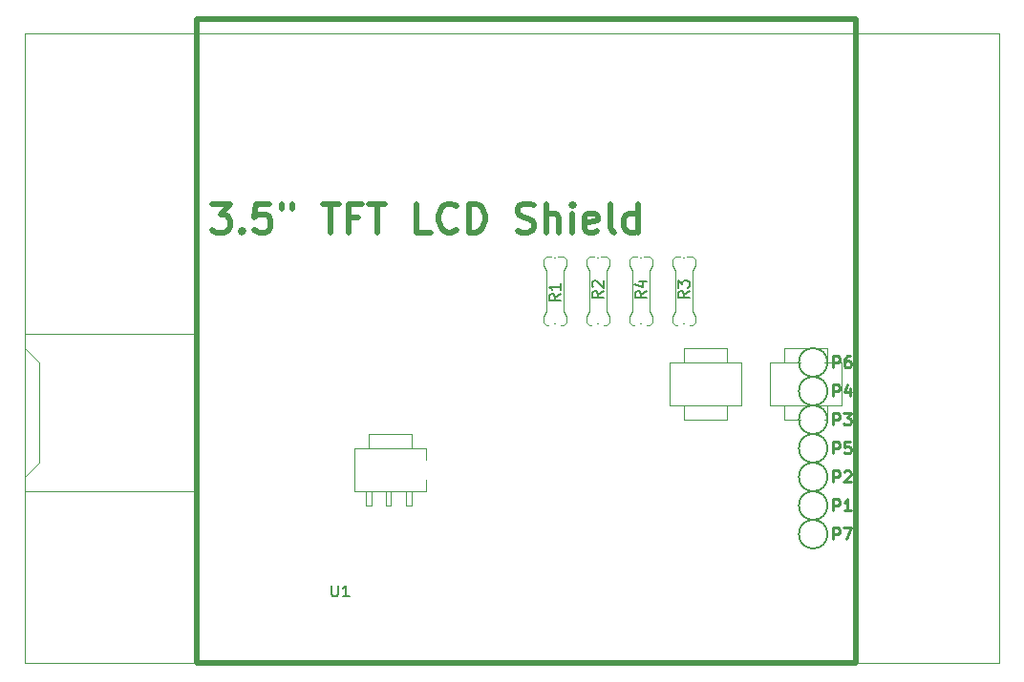
<source format=gto>
%TF.GenerationSoftware,KiCad,Pcbnew,6.0.0-rc1-unknown-5cb2641142~116~ubuntu20.04.1*%
%TF.CreationDate,2021-12-06T17:50:32+01:00*%
%TF.ProjectId,CARTE_ESP32_TFT,43415254-455f-4455-9350-33325f544654,rev?*%
%TF.SameCoordinates,PX678e028PY7445a00*%
%TF.FileFunction,Legend,Top*%
%TF.FilePolarity,Positive*%
%FSLAX46Y46*%
G04 Gerber Fmt 4.6, Leading zero omitted, Abs format (unit mm)*
G04 Created by KiCad (PCBNEW 6.0.0-rc1-unknown-5cb2641142~116~ubuntu20.04.1) date 2021-12-06 17:50:32*
%MOMM*%
%LPD*%
G01*
G04 APERTURE LIST*
%TA.AperFunction,Profile*%
%ADD10C,0.500000*%
%TD*%
%ADD11C,0.150000*%
%ADD12C,0.254000*%
%ADD13C,0.508000*%
%ADD14C,0.120000*%
%ADD15C,0.300000*%
%ADD16C,1.998980*%
%ADD17C,1.800000*%
G04 APERTURE END LIST*
D10*
X0Y0D02*
X58420000Y0D01*
X58420000Y0D02*
X58420000Y57150000D01*
X58420000Y57150000D02*
X0Y57150000D01*
X0Y57150000D02*
X0Y0D01*
D11*
X39822380Y32980334D02*
X39346190Y32647000D01*
X39822380Y32408905D02*
X38822380Y32408905D01*
X38822380Y32789858D01*
X38870000Y32885096D01*
X38917619Y32932715D01*
X39012857Y32980334D01*
X39155714Y32980334D01*
X39250952Y32932715D01*
X39298571Y32885096D01*
X39346190Y32789858D01*
X39346190Y32408905D01*
X39155714Y33837477D02*
X39822380Y33837477D01*
X38774761Y33599381D02*
X39489047Y33361286D01*
X39489047Y33980334D01*
D12*
X56400095Y21130381D02*
X56400095Y22146381D01*
X56787142Y22146381D01*
X56883904Y22098000D01*
X56932285Y22049620D01*
X56980666Y21952858D01*
X56980666Y21807715D01*
X56932285Y21710953D01*
X56883904Y21662572D01*
X56787142Y21614191D01*
X56400095Y21614191D01*
X57319333Y22146381D02*
X57948285Y22146381D01*
X57609619Y21759334D01*
X57754761Y21759334D01*
X57851523Y21710953D01*
X57899904Y21662572D01*
X57948285Y21565810D01*
X57948285Y21323905D01*
X57899904Y21227143D01*
X57851523Y21178762D01*
X57754761Y21130381D01*
X57464476Y21130381D01*
X57367714Y21178762D01*
X57319333Y21227143D01*
D11*
X11938095Y6897620D02*
X11938095Y6088096D01*
X11985714Y5992858D01*
X12033333Y5945239D01*
X12128571Y5897620D01*
X12319047Y5897620D01*
X12414285Y5945239D01*
X12461904Y5992858D01*
X12509523Y6088096D01*
X12509523Y6897620D01*
X13509523Y5897620D02*
X12938095Y5897620D01*
X13223809Y5897620D02*
X13223809Y6897620D01*
X13128571Y6754762D01*
X13033333Y6659524D01*
X12938095Y6611905D01*
D13*
X1330476Y40760953D02*
X2902857Y40760953D01*
X2056190Y39793334D01*
X2419047Y39793334D01*
X2660952Y39672381D01*
X2781904Y39551429D01*
X2902857Y39309524D01*
X2902857Y38704762D01*
X2781904Y38462858D01*
X2660952Y38341905D01*
X2419047Y38220953D01*
X1693333Y38220953D01*
X1451428Y38341905D01*
X1330476Y38462858D01*
X3991428Y38462858D02*
X4112380Y38341905D01*
X3991428Y38220953D01*
X3870476Y38341905D01*
X3991428Y38462858D01*
X3991428Y38220953D01*
X6410476Y40760953D02*
X5200952Y40760953D01*
X5080000Y39551429D01*
X5200952Y39672381D01*
X5442857Y39793334D01*
X6047619Y39793334D01*
X6289523Y39672381D01*
X6410476Y39551429D01*
X6531428Y39309524D01*
X6531428Y38704762D01*
X6410476Y38462858D01*
X6289523Y38341905D01*
X6047619Y38220953D01*
X5442857Y38220953D01*
X5200952Y38341905D01*
X5080000Y38462858D01*
X7499047Y40760953D02*
X7499047Y40277143D01*
X8466666Y40760953D02*
X8466666Y40277143D01*
X11127619Y40760953D02*
X12579047Y40760953D01*
X11853333Y38220953D02*
X11853333Y40760953D01*
X14272380Y39551429D02*
X13425714Y39551429D01*
X13425714Y38220953D02*
X13425714Y40760953D01*
X14635238Y40760953D01*
X15240000Y40760953D02*
X16691428Y40760953D01*
X15965714Y38220953D02*
X15965714Y40760953D01*
X20682857Y38220953D02*
X19473333Y38220953D01*
X19473333Y40760953D01*
X22980952Y38462858D02*
X22860000Y38341905D01*
X22497142Y38220953D01*
X22255238Y38220953D01*
X21892380Y38341905D01*
X21650476Y38583810D01*
X21529523Y38825715D01*
X21408571Y39309524D01*
X21408571Y39672381D01*
X21529523Y40156191D01*
X21650476Y40398096D01*
X21892380Y40640000D01*
X22255238Y40760953D01*
X22497142Y40760953D01*
X22860000Y40640000D01*
X22980952Y40519048D01*
X24069523Y38220953D02*
X24069523Y40760953D01*
X24674285Y40760953D01*
X25037142Y40640000D01*
X25279047Y40398096D01*
X25400000Y40156191D01*
X25520952Y39672381D01*
X25520952Y39309524D01*
X25400000Y38825715D01*
X25279047Y38583810D01*
X25037142Y38341905D01*
X24674285Y38220953D01*
X24069523Y38220953D01*
X28423809Y38341905D02*
X28786666Y38220953D01*
X29391428Y38220953D01*
X29633333Y38341905D01*
X29754285Y38462858D01*
X29875238Y38704762D01*
X29875238Y38946667D01*
X29754285Y39188572D01*
X29633333Y39309524D01*
X29391428Y39430477D01*
X28907619Y39551429D01*
X28665714Y39672381D01*
X28544761Y39793334D01*
X28423809Y40035239D01*
X28423809Y40277143D01*
X28544761Y40519048D01*
X28665714Y40640000D01*
X28907619Y40760953D01*
X29512380Y40760953D01*
X29875238Y40640000D01*
X30963809Y38220953D02*
X30963809Y40760953D01*
X32052380Y38220953D02*
X32052380Y39551429D01*
X31931428Y39793334D01*
X31689523Y39914286D01*
X31326666Y39914286D01*
X31084761Y39793334D01*
X30963809Y39672381D01*
X33261904Y38220953D02*
X33261904Y39914286D01*
X33261904Y40760953D02*
X33140952Y40640000D01*
X33261904Y40519048D01*
X33382857Y40640000D01*
X33261904Y40760953D01*
X33261904Y40519048D01*
X35439047Y38341905D02*
X35197142Y38220953D01*
X34713333Y38220953D01*
X34471428Y38341905D01*
X34350476Y38583810D01*
X34350476Y39551429D01*
X34471428Y39793334D01*
X34713333Y39914286D01*
X35197142Y39914286D01*
X35439047Y39793334D01*
X35560000Y39551429D01*
X35560000Y39309524D01*
X34350476Y39067620D01*
X37011428Y38220953D02*
X36769523Y38341905D01*
X36648571Y38583810D01*
X36648571Y40760953D01*
X39067619Y38220953D02*
X39067619Y40760953D01*
X39067619Y38341905D02*
X38825714Y38220953D01*
X38341904Y38220953D01*
X38100000Y38341905D01*
X37979047Y38462858D01*
X37858095Y38704762D01*
X37858095Y39430477D01*
X37979047Y39672381D01*
X38100000Y39793334D01*
X38341904Y39914286D01*
X38825714Y39914286D01*
X39067619Y39793334D01*
D12*
X56400095Y23670381D02*
X56400095Y24686381D01*
X56787142Y24686381D01*
X56883904Y24638000D01*
X56932285Y24589620D01*
X56980666Y24492858D01*
X56980666Y24347715D01*
X56932285Y24250953D01*
X56883904Y24202572D01*
X56787142Y24154191D01*
X56400095Y24154191D01*
X57851523Y24347715D02*
X57851523Y23670381D01*
X57609619Y24734762D02*
X57367714Y24009048D01*
X57996666Y24009048D01*
X56400095Y10970381D02*
X56400095Y11986381D01*
X56787142Y11986381D01*
X56883904Y11938000D01*
X56932285Y11889620D01*
X56980666Y11792858D01*
X56980666Y11647715D01*
X56932285Y11550953D01*
X56883904Y11502572D01*
X56787142Y11454191D01*
X56400095Y11454191D01*
X57319333Y11986381D02*
X57996666Y11986381D01*
X57561238Y10970381D01*
X56400095Y16050381D02*
X56400095Y17066381D01*
X56787142Y17066381D01*
X56883904Y17018000D01*
X56932285Y16969620D01*
X56980666Y16872858D01*
X56980666Y16727715D01*
X56932285Y16630953D01*
X56883904Y16582572D01*
X56787142Y16534191D01*
X56400095Y16534191D01*
X57367714Y16969620D02*
X57416095Y17018000D01*
X57512857Y17066381D01*
X57754761Y17066381D01*
X57851523Y17018000D01*
X57899904Y16969620D01*
X57948285Y16872858D01*
X57948285Y16776096D01*
X57899904Y16630953D01*
X57319333Y16050381D01*
X57948285Y16050381D01*
D11*
X43632380Y32980334D02*
X43156190Y32647000D01*
X43632380Y32408905D02*
X42632380Y32408905D01*
X42632380Y32789858D01*
X42680000Y32885096D01*
X42727619Y32932715D01*
X42822857Y32980334D01*
X42965714Y32980334D01*
X43060952Y32932715D01*
X43108571Y32885096D01*
X43156190Y32789858D01*
X43156190Y32408905D01*
X42632380Y33313667D02*
X42632380Y33932715D01*
X43013333Y33599381D01*
X43013333Y33742239D01*
X43060952Y33837477D01*
X43108571Y33885096D01*
X43203809Y33932715D01*
X43441904Y33932715D01*
X43537142Y33885096D01*
X43584761Y33837477D01*
X43632380Y33742239D01*
X43632380Y33456524D01*
X43584761Y33361286D01*
X43537142Y33313667D01*
D12*
X56400095Y13510381D02*
X56400095Y14526381D01*
X56787142Y14526381D01*
X56883904Y14478000D01*
X56932285Y14429620D01*
X56980666Y14332858D01*
X56980666Y14187715D01*
X56932285Y14090953D01*
X56883904Y14042572D01*
X56787142Y13994191D01*
X56400095Y13994191D01*
X57948285Y13510381D02*
X57367714Y13510381D01*
X57658000Y13510381D02*
X57658000Y14526381D01*
X57561238Y14381239D01*
X57464476Y14284477D01*
X57367714Y14236096D01*
X56400095Y18590381D02*
X56400095Y19606381D01*
X56787142Y19606381D01*
X56883904Y19558000D01*
X56932285Y19509620D01*
X56980666Y19412858D01*
X56980666Y19267715D01*
X56932285Y19170953D01*
X56883904Y19122572D01*
X56787142Y19074191D01*
X56400095Y19074191D01*
X57899904Y19606381D02*
X57416095Y19606381D01*
X57367714Y19122572D01*
X57416095Y19170953D01*
X57512857Y19219334D01*
X57754761Y19219334D01*
X57851523Y19170953D01*
X57899904Y19122572D01*
X57948285Y19025810D01*
X57948285Y18783905D01*
X57899904Y18687143D01*
X57851523Y18638762D01*
X57754761Y18590381D01*
X57512857Y18590381D01*
X57416095Y18638762D01*
X57367714Y18687143D01*
D11*
X32202380Y32726334D02*
X31726190Y32393000D01*
X32202380Y32154905D02*
X31202380Y32154905D01*
X31202380Y32535858D01*
X31250000Y32631096D01*
X31297619Y32678715D01*
X31392857Y32726334D01*
X31535714Y32726334D01*
X31630952Y32678715D01*
X31678571Y32631096D01*
X31726190Y32535858D01*
X31726190Y32154905D01*
X32202380Y33678715D02*
X32202380Y33107286D01*
X32202380Y33393000D02*
X31202380Y33393000D01*
X31345238Y33297762D01*
X31440476Y33202524D01*
X31488095Y33107286D01*
D12*
X56400095Y26210381D02*
X56400095Y27226381D01*
X56787142Y27226381D01*
X56883904Y27178000D01*
X56932285Y27129620D01*
X56980666Y27032858D01*
X56980666Y26887715D01*
X56932285Y26790953D01*
X56883904Y26742572D01*
X56787142Y26694191D01*
X56400095Y26694191D01*
X57851523Y27226381D02*
X57658000Y27226381D01*
X57561238Y27178000D01*
X57512857Y27129620D01*
X57416095Y26984477D01*
X57367714Y26790953D01*
X57367714Y26403905D01*
X57416095Y26307143D01*
X57464476Y26258762D01*
X57561238Y26210381D01*
X57754761Y26210381D01*
X57851523Y26258762D01*
X57899904Y26307143D01*
X57948285Y26403905D01*
X57948285Y26645810D01*
X57899904Y26742572D01*
X57851523Y26790953D01*
X57754761Y26839334D01*
X57561238Y26839334D01*
X57464476Y26790953D01*
X57416095Y26742572D01*
X57367714Y26645810D01*
D11*
X36012380Y32980334D02*
X35536190Y32647000D01*
X36012380Y32408905D02*
X35012380Y32408905D01*
X35012380Y32789858D01*
X35060000Y32885096D01*
X35107619Y32932715D01*
X35202857Y32980334D01*
X35345714Y32980334D01*
X35440952Y32932715D01*
X35488571Y32885096D01*
X35536190Y32789858D01*
X35536190Y32408905D01*
X35107619Y33361286D02*
X35060000Y33408905D01*
X35012380Y33504143D01*
X35012380Y33742239D01*
X35060000Y33837477D01*
X35107619Y33885096D01*
X35202857Y33932715D01*
X35298095Y33932715D01*
X35440952Y33885096D01*
X36012380Y33313667D01*
X36012380Y33932715D01*
D14*
X38354000Y35306000D02*
X38608000Y34798000D01*
X38608000Y36068000D02*
X40132000Y36068000D01*
X38354000Y30734000D02*
X38608000Y31242000D01*
X38608000Y36068000D02*
X38354000Y35814000D01*
X40386000Y35814000D02*
X40386000Y35306000D01*
X38354000Y30734000D02*
X38354000Y30226000D01*
X40132000Y36068000D02*
X40386000Y35814000D01*
X38608000Y31242000D02*
X38608000Y34544000D01*
X38608000Y29972000D02*
X39878000Y29972000D01*
X40132000Y31242000D02*
X40132000Y34798000D01*
X40386000Y30226000D02*
X40386000Y30734000D01*
X38608000Y34798000D02*
X38608000Y34544000D01*
X40386000Y35306000D02*
X40132000Y34798000D01*
D15*
X39370000Y29972000D02*
X39370000Y29210000D01*
X39370000Y36068000D02*
X39370000Y36830000D01*
D14*
X38354000Y35814000D02*
X38354000Y35306000D01*
X40132000Y31242000D02*
X40386000Y30734000D01*
X38354000Y30226000D02*
X38608000Y29972000D01*
X40132000Y29972000D02*
X40386000Y30226000D01*
X39878000Y29972000D02*
X40132000Y29972000D01*
D11*
X55880000Y21590000D02*
G75*
G03*
X55880000Y21590000I-1270000J0D01*
G01*
D14*
X20320000Y19050000D02*
X13970000Y19050000D01*
X13970000Y19050000D02*
X13970000Y15240000D01*
X13970000Y15240000D02*
X20320000Y15240000D01*
X20320000Y15240000D02*
X20320000Y19050000D01*
X57150000Y26670000D02*
X50800000Y26670000D01*
X50800000Y26670000D02*
X50800000Y22860000D01*
X50800000Y22860000D02*
X57150000Y22860000D01*
X57150000Y22860000D02*
X57150000Y26670000D01*
X46990000Y22860000D02*
X43180000Y22860000D01*
X43180000Y22860000D02*
X43180000Y21590000D01*
X43180000Y21590000D02*
X46990000Y21590000D01*
X46990000Y21590000D02*
X46990000Y22860000D01*
X19050000Y20320000D02*
X15240000Y20320000D01*
X15240000Y20320000D02*
X15240000Y19050000D01*
X15240000Y19050000D02*
X19050000Y19050000D01*
X19050000Y19050000D02*
X19050000Y20320000D01*
X55880000Y22860000D02*
X52070000Y22860000D01*
X52070000Y22860000D02*
X52070000Y21590000D01*
X52070000Y21590000D02*
X55880000Y21590000D01*
X55880000Y21590000D02*
X55880000Y22860000D01*
X55880000Y27940000D02*
X52070000Y27940000D01*
X52070000Y27940000D02*
X52070000Y26670000D01*
X52070000Y26670000D02*
X55880000Y26670000D01*
X55880000Y26670000D02*
X55880000Y27940000D01*
X19050000Y15240000D02*
X18542000Y15240000D01*
X18542000Y15240000D02*
X18542000Y13970000D01*
X18542000Y13970000D02*
X19050000Y13970000D01*
X19050000Y13970000D02*
X19050000Y15240000D01*
X48260000Y26670000D02*
X41910000Y26670000D01*
X41910000Y26670000D02*
X41910000Y22860000D01*
X41910000Y22860000D02*
X48260000Y22860000D01*
X48260000Y22860000D02*
X48260000Y26670000D01*
X17145000Y15240000D02*
X16764000Y15240000D01*
X16764000Y15240000D02*
X16764000Y13970000D01*
X16764000Y13970000D02*
X17145000Y13970000D01*
X17145000Y13970000D02*
X17145000Y15240000D01*
X46990000Y26670000D02*
X43180000Y26670000D01*
X43180000Y26670000D02*
X43180000Y27940000D01*
X43180000Y27940000D02*
X46990000Y27940000D01*
X46990000Y27940000D02*
X46990000Y26670000D01*
X71120000Y55880000D02*
X-15240000Y55880000D01*
X-15240000Y55880000D02*
X-15240000Y0D01*
X-15240000Y0D02*
X71120000Y0D01*
X71120000Y0D02*
X71120000Y55880000D01*
X15494000Y15240000D02*
X14986000Y15240000D01*
X14986000Y15240000D02*
X14986000Y13970000D01*
X14986000Y13970000D02*
X15494000Y13970000D01*
X15494000Y13970000D02*
X15494000Y15240000D01*
X-15240000Y27940000D02*
X-13970000Y26670000D01*
X-13970000Y26670000D02*
X-13970000Y17780000D01*
X-13970000Y17780000D02*
X-15240000Y16510000D01*
X-15240000Y16510000D02*
X-15240000Y15240000D01*
X-15240000Y15240000D02*
X0Y15240000D01*
X0Y15240000D02*
X0Y29210000D01*
X0Y29210000D02*
X-15240000Y29210000D01*
X-15240000Y29210000D02*
X-15240000Y27940000D01*
D11*
X55880000Y24130000D02*
G75*
G03*
X55880000Y24130000I-1270000J0D01*
G01*
X55880000Y11430000D02*
G75*
G03*
X55880000Y11430000I-1270000J0D01*
G01*
X55880000Y16510000D02*
G75*
G03*
X55880000Y16510000I-1270000J0D01*
G01*
D14*
X42418000Y34798000D02*
X42418000Y34544000D01*
D15*
X43180000Y29972000D02*
X43180000Y29210000D01*
D14*
X42164000Y35814000D02*
X42164000Y35306000D01*
X43942000Y29972000D02*
X44196000Y30226000D01*
X44196000Y35306000D02*
X43942000Y34798000D01*
X42164000Y30226000D02*
X42418000Y29972000D01*
X42418000Y36068000D02*
X42164000Y35814000D01*
X42164000Y35306000D02*
X42418000Y34798000D01*
X42164000Y30734000D02*
X42164000Y30226000D01*
X42418000Y31242000D02*
X42418000Y34544000D01*
X44196000Y30226000D02*
X44196000Y30734000D01*
X42164000Y30734000D02*
X42418000Y31242000D01*
X43688000Y29972000D02*
X43942000Y29972000D01*
X42418000Y29972000D02*
X43688000Y29972000D01*
D15*
X43180000Y36068000D02*
X43180000Y36830000D01*
D14*
X43942000Y31242000D02*
X43942000Y34798000D01*
X43942000Y36068000D02*
X44196000Y35814000D01*
X42418000Y36068000D02*
X43942000Y36068000D01*
X44196000Y35814000D02*
X44196000Y35306000D01*
X43942000Y31242000D02*
X44196000Y30734000D01*
D11*
X55880000Y13970000D02*
G75*
G03*
X55880000Y13970000I-1270000J0D01*
G01*
X55880000Y19050000D02*
G75*
G03*
X55880000Y19050000I-1270000J0D01*
G01*
D14*
X30988000Y34798000D02*
X30734000Y35306000D01*
X30988000Y34798000D02*
X30988000Y31242000D01*
X31242000Y36068000D02*
X30988000Y36068000D01*
X30734000Y30734000D02*
X30988000Y31242000D01*
D15*
X31750000Y29972000D02*
X31750000Y29210000D01*
D14*
X32512000Y31242000D02*
X32512000Y31496000D01*
X30734000Y30226000D02*
X30734000Y30734000D01*
X32512000Y29972000D02*
X32766000Y30226000D01*
X30988000Y29972000D02*
X30734000Y30226000D01*
X32766000Y35306000D02*
X32512000Y34798000D01*
X32766000Y35306000D02*
X32766000Y35814000D01*
X32766000Y30226000D02*
X32766000Y30734000D01*
X32512000Y34798000D02*
X32512000Y31496000D01*
X32766000Y35814000D02*
X32512000Y36068000D01*
X32512000Y36068000D02*
X31242000Y36068000D01*
X30988000Y36068000D02*
X30734000Y35814000D01*
X32512000Y29972000D02*
X30988000Y29972000D01*
X32766000Y30734000D02*
X32512000Y31242000D01*
X30734000Y35814000D02*
X30734000Y35306000D01*
D15*
X31750000Y36068000D02*
X31750000Y36830000D01*
D11*
X55880000Y26670000D02*
G75*
G03*
X55880000Y26670000I-1270000J0D01*
G01*
D14*
X34798000Y36068000D02*
X34544000Y35814000D01*
D15*
X35560000Y29972000D02*
X35560000Y29210000D01*
D14*
X36322000Y31242000D02*
X36322000Y34798000D01*
X34798000Y31242000D02*
X34798000Y34544000D01*
X36576000Y35814000D02*
X36576000Y35306000D01*
X36322000Y36068000D02*
X36576000Y35814000D01*
X34544000Y35306000D02*
X34798000Y34798000D01*
X34544000Y35814000D02*
X34544000Y35306000D01*
X34798000Y29972000D02*
X36068000Y29972000D01*
X34798000Y34798000D02*
X34798000Y34544000D01*
X34798000Y36068000D02*
X36322000Y36068000D01*
X36068000Y29972000D02*
X36322000Y29972000D01*
X36322000Y31242000D02*
X36576000Y30734000D01*
X34544000Y30226000D02*
X34798000Y29972000D01*
X36576000Y35306000D02*
X36322000Y34798000D01*
D15*
X35560000Y36068000D02*
X35560000Y36830000D01*
D14*
X34544000Y30734000D02*
X34798000Y31242000D01*
X36322000Y29972000D02*
X36576000Y30226000D01*
X36576000Y30226000D02*
X36576000Y30734000D01*
X34544000Y30734000D02*
X34544000Y30226000D01*
D16*
X54610000Y21590000D03*
X54610000Y24130000D03*
X54610000Y11430000D03*
X54610000Y16510000D03*
X54610000Y13970000D03*
X54610000Y19050000D03*
X54610000Y26670000D03*
%LPC*%
D17*
X39370000Y29210000D03*
X39370000Y36830000D03*
D16*
X54610000Y21590000D03*
D17*
X11430000Y3810000D03*
X13970000Y3810000D03*
X16510000Y3810000D03*
X19050000Y3810000D03*
X21590000Y3810000D03*
X24130000Y3810000D03*
X29210000Y3810000D03*
X31750000Y3810000D03*
X34290000Y3810000D03*
X36830000Y3810000D03*
X39370000Y3810000D03*
X41910000Y3810000D03*
X41910000Y52070000D03*
X39370000Y52070000D03*
X36830000Y52070000D03*
X34290000Y52070000D03*
X31750000Y52070000D03*
X29210000Y52070000D03*
X26670000Y52070000D03*
X24130000Y52070000D03*
X20320000Y52070000D03*
X17780000Y52070000D03*
X15240000Y52070000D03*
X12700000Y52070000D03*
X10160000Y52070000D03*
X7620000Y52070000D03*
X5080000Y52070000D03*
X2540000Y52070000D03*
D16*
X54610000Y24130000D03*
X54610000Y11430000D03*
X54610000Y16510000D03*
D17*
X43180000Y29210000D03*
X43180000Y36830000D03*
D16*
X54610000Y13970000D03*
X54610000Y19050000D03*
D17*
X31750000Y36830000D03*
X31750000Y29210000D03*
D16*
X54610000Y26670000D03*
D17*
X35560000Y29210000D03*
X35560000Y36830000D03*
X7620000Y42545000D03*
X10160000Y42545000D03*
X12700000Y42545000D03*
X15240000Y42545000D03*
X17780000Y42545000D03*
X20320000Y42545000D03*
X22860000Y42545000D03*
X25400000Y42545000D03*
X27940000Y42545000D03*
X30480000Y42545000D03*
X33020000Y42545000D03*
X35560000Y42545000D03*
X38100000Y42545000D03*
X40640000Y42545000D03*
X43180000Y42545000D03*
X43180000Y17145000D03*
X40640000Y17145000D03*
X38100000Y17145000D03*
X35560000Y17145000D03*
X33020000Y17145000D03*
X30480000Y17145000D03*
X27940000Y17145000D03*
X25400000Y17145000D03*
X22860000Y17145000D03*
X20320000Y17145000D03*
X17780000Y17145000D03*
X15240000Y17145000D03*
X12700000Y17145000D03*
X10160000Y17145000D03*
X7620000Y17145000D03*
M02*

</source>
